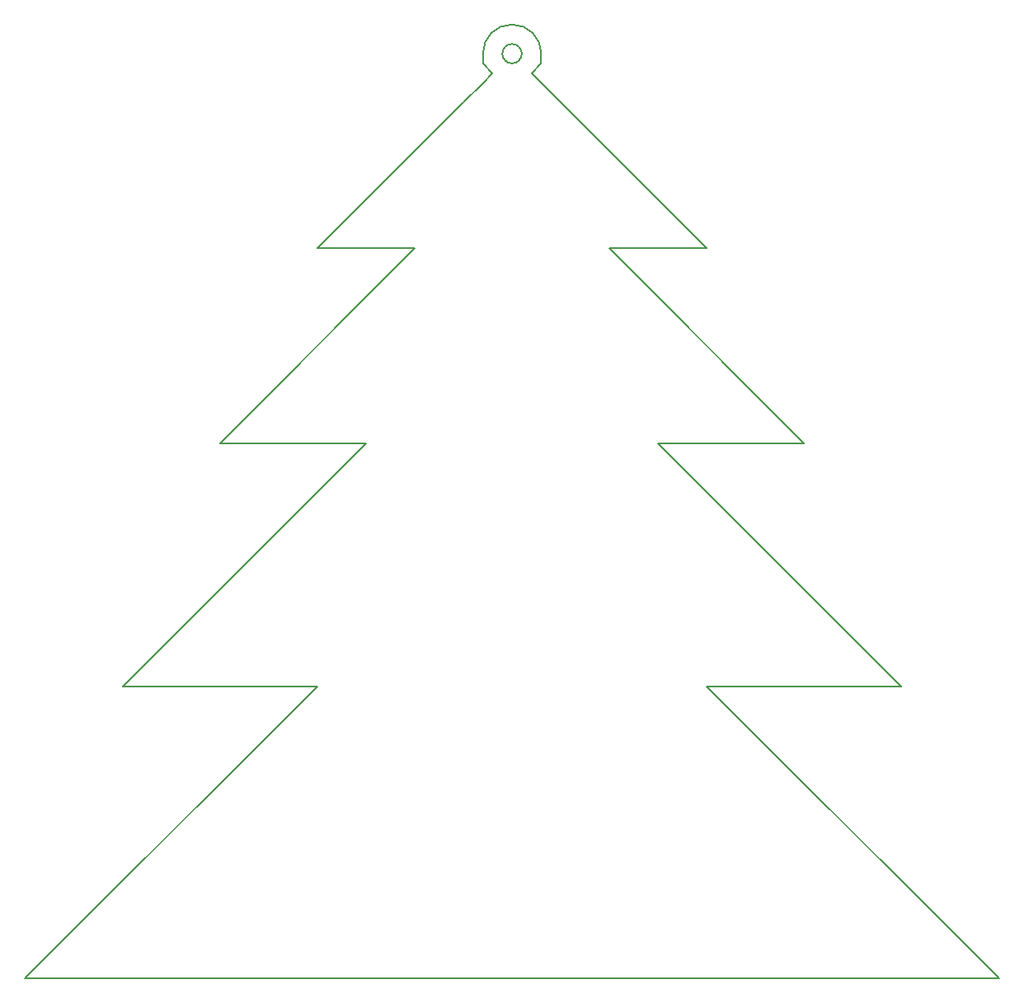
<source format=gbr>
G04 #@! TF.FileFunction,Profile,NP*
%FSLAX46Y46*%
G04 Gerber Fmt 4.6, Leading zero omitted, Abs format (unit mm)*
G04 Created by KiCad (PCBNEW 4.0.4-stable) date 12/14/16 08:21:57*
%MOMM*%
%LPD*%
G01*
G04 APERTURE LIST*
%ADD10C,0.100000*%
%ADD11C,0.150000*%
G04 APERTURE END LIST*
D10*
D11*
X47000000Y-6000000D02*
X47000000Y-5000000D01*
X48000000Y-7000000D02*
X47000000Y-6000000D01*
X47000000Y-8000000D02*
X48000000Y-7000000D01*
X53000000Y-6000000D02*
X53000000Y-5000000D01*
X52000000Y-7000000D02*
X53000000Y-6000000D01*
X55000000Y-10000000D02*
X52000000Y-7000000D01*
X45000000Y-10000000D02*
X47000000Y-8000000D01*
X50000000Y-6000000D02*
G75*
G03X51000000Y-5000000I0J1000000D01*
G01*
X49000000Y-5000000D02*
G75*
G03X50000000Y-6000000I1000000J0D01*
G01*
X50000000Y-4000000D02*
G75*
G03X49000000Y-5000000I0J-1000000D01*
G01*
X51000000Y-5000000D02*
G75*
G03X50000000Y-4000000I-1000000J0D01*
G01*
X50000000Y-2000000D02*
G75*
G03X47000000Y-5000000I0J-3000000D01*
G01*
X53000000Y-5000000D02*
G75*
G03X50000000Y-2000000I-3000000J0D01*
G01*
X45000000Y-10000000D02*
X30000000Y-25000000D01*
X55000000Y-10000000D02*
X70000000Y-25000000D01*
X60000000Y-25000000D02*
X70000000Y-25000000D01*
X80000000Y-45000000D02*
X60000000Y-25000000D01*
X65000000Y-45000000D02*
X80000000Y-45000000D01*
X90000000Y-70000000D02*
X65000000Y-45000000D01*
X70000000Y-70000000D02*
X90000000Y-70000000D01*
X100000000Y-100000000D02*
X70000000Y-70000000D01*
X0Y-100000000D02*
X100000000Y-100000000D01*
X30000000Y-70000000D02*
X0Y-100000000D01*
X10000000Y-70000000D02*
X30000000Y-70000000D01*
X35000000Y-45000000D02*
X10000000Y-70000000D01*
X20000000Y-45000000D02*
X35000000Y-45000000D01*
X40000000Y-25000000D02*
X20000000Y-45000000D01*
X30000000Y-25000000D02*
X40000000Y-25000000D01*
M02*

</source>
